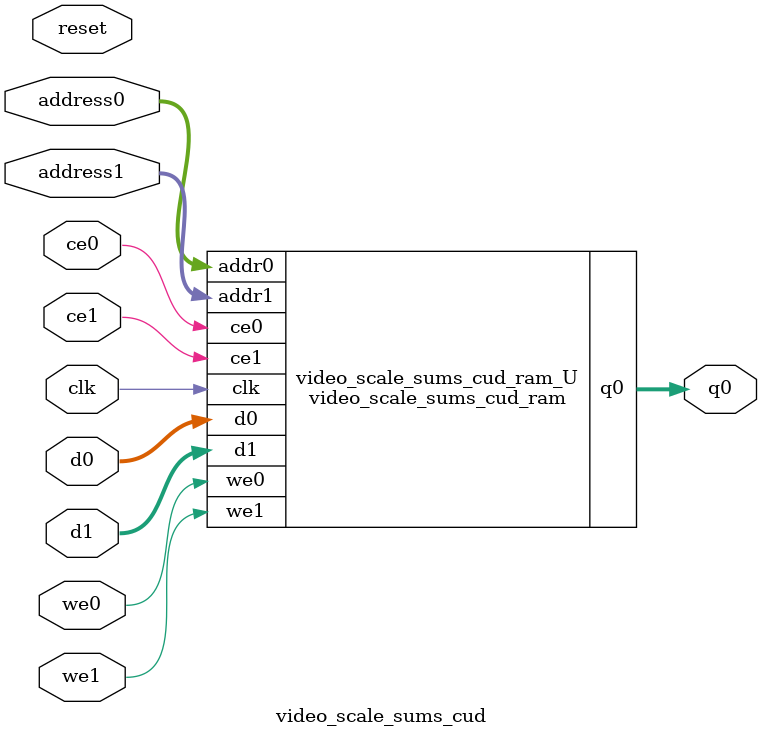
<source format=v>
`timescale 1 ns / 1 ps
module video_scale_sums_cud_ram (addr0, ce0, d0, we0, q0, addr1, ce1, d1, we1,  clk);

parameter DWIDTH = 32;
parameter AWIDTH = 6;
parameter MEM_SIZE = 60;

input[AWIDTH-1:0] addr0;
input ce0;
input[DWIDTH-1:0] d0;
input we0;
output reg[DWIDTH-1:0] q0;
input[AWIDTH-1:0] addr1;
input ce1;
input[DWIDTH-1:0] d1;
input we1;
input clk;

(* ram_style = "block" *)reg [DWIDTH-1:0] ram[0:MEM_SIZE-1];




always @(posedge clk)  
begin 
    if (ce0) 
    begin
        if (we0) 
        begin 
            ram[addr0] <= d0; 
        end 
        q0 <= ram[addr0];
    end
end


always @(posedge clk)  
begin 
    if (ce1) 
    begin
        if (we1) 
        begin 
            ram[addr1] <= d1; 
        end 
    end
end


endmodule

`timescale 1 ns / 1 ps
module video_scale_sums_cud(
    reset,
    clk,
    address0,
    ce0,
    we0,
    d0,
    q0,
    address1,
    ce1,
    we1,
    d1);

parameter DataWidth = 32'd32;
parameter AddressRange = 32'd60;
parameter AddressWidth = 32'd6;
input reset;
input clk;
input[AddressWidth - 1:0] address0;
input ce0;
input we0;
input[DataWidth - 1:0] d0;
output[DataWidth - 1:0] q0;
input[AddressWidth - 1:0] address1;
input ce1;
input we1;
input[DataWidth - 1:0] d1;



video_scale_sums_cud_ram video_scale_sums_cud_ram_U(
    .clk( clk ),
    .addr0( address0 ),
    .ce0( ce0 ),
    .we0( we0 ),
    .d0( d0 ),
    .q0( q0 ),
    .addr1( address1 ),
    .ce1( ce1 ),
    .we1( we1 ),
    .d1( d1 ));

endmodule


</source>
